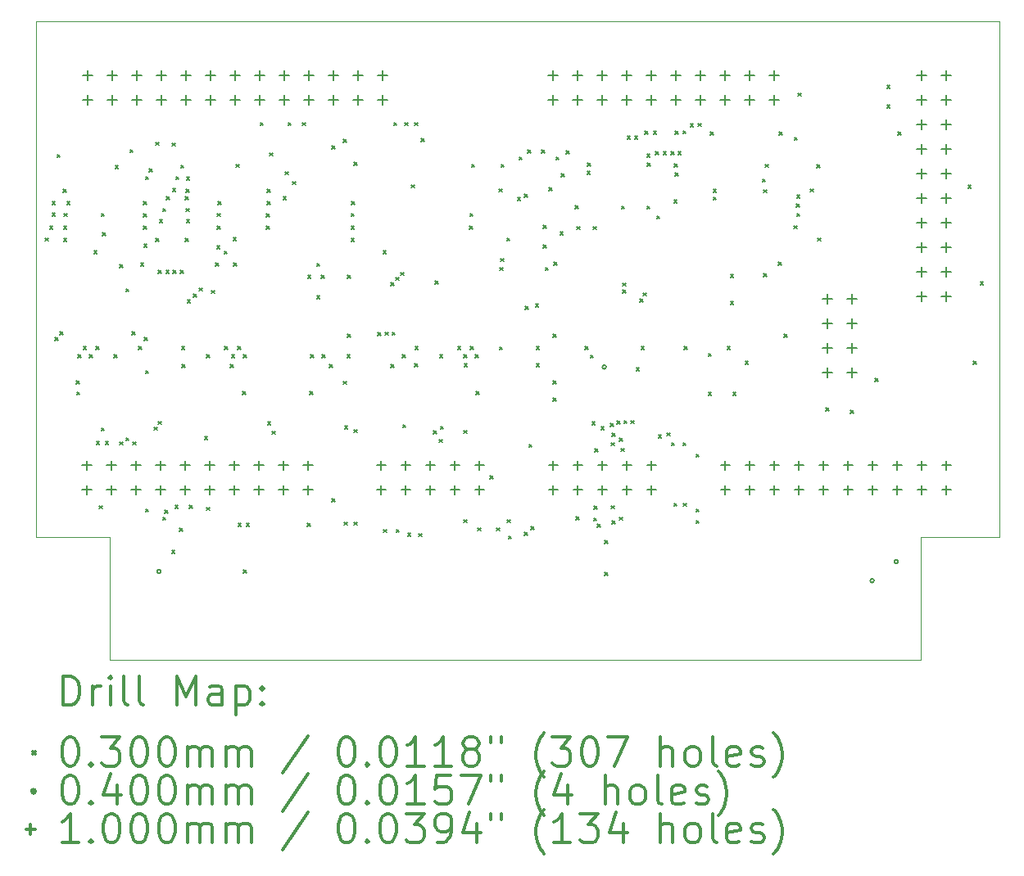
<source format=gbr>
%FSLAX45Y45*%
G04 Gerber Fmt 4.5, Leading zero omitted, Abs format (unit mm)*
G04 Created by KiCad (PCBNEW (5.1.12-1-10_14)) date 2022-01-01 14:19:36*
%MOMM*%
%LPD*%
G01*
G04 APERTURE LIST*
%TA.AperFunction,Profile*%
%ADD10C,0.038100*%
%TD*%
%TA.AperFunction,Profile*%
%ADD11C,0.100000*%
%TD*%
%ADD12C,0.200000*%
%ADD13C,0.300000*%
G04 APERTURE END LIST*
D10*
X3048000Y-12192000D02*
X3810000Y-12192000D01*
X12192000Y-12192000D02*
X13004800Y-12192000D01*
X12192000Y-13462000D02*
X12192000Y-12192000D01*
X3810000Y-13462000D02*
X12192000Y-13462000D01*
X3810000Y-12192000D02*
X3810000Y-13462000D01*
D11*
X3048000Y-6858000D02*
X13004800Y-6858000D01*
X13004800Y-6858000D02*
X13004800Y-12192000D01*
X3048000Y-12192000D02*
X3048000Y-6858000D01*
D12*
X3144760Y-9098520D02*
X3174760Y-9128520D01*
X3174760Y-9098520D02*
X3144760Y-9128520D01*
X3188731Y-8976600D02*
X3218731Y-9006600D01*
X3218731Y-8976600D02*
X3188731Y-9006600D01*
X3214131Y-8722299D02*
X3244131Y-8752299D01*
X3244131Y-8722299D02*
X3214131Y-8752299D01*
X3214132Y-8839440D02*
X3244132Y-8869440D01*
X3244132Y-8839440D02*
X3214132Y-8869440D01*
X3246360Y-10129760D02*
X3276360Y-10159760D01*
X3276360Y-10129760D02*
X3246360Y-10159760D01*
X3264934Y-8234920D02*
X3294934Y-8264920D01*
X3294934Y-8234920D02*
X3264934Y-8264920D01*
X3295411Y-10068800D02*
X3325411Y-10098800D01*
X3325411Y-10068800D02*
X3295411Y-10098800D01*
X3327639Y-8595600D02*
X3357639Y-8625600D01*
X3357639Y-8595600D02*
X3327639Y-8625600D01*
X3332720Y-8976600D02*
X3362720Y-9006600D01*
X3362720Y-8976600D02*
X3332720Y-9006600D01*
X3332720Y-9103600D02*
X3362720Y-9133600D01*
X3362720Y-9103600D02*
X3332720Y-9133600D01*
X3337634Y-8844520D02*
X3367634Y-8874520D01*
X3367634Y-8844520D02*
X3337634Y-8874520D01*
X3368281Y-8722600D02*
X3398281Y-8752600D01*
X3398281Y-8722600D02*
X3368281Y-8752600D01*
X3464800Y-10576800D02*
X3494800Y-10606800D01*
X3494800Y-10576800D02*
X3464800Y-10606800D01*
X3471150Y-10689830D02*
X3501150Y-10719830D01*
X3501150Y-10689830D02*
X3471150Y-10719830D01*
X3480040Y-10307560D02*
X3510040Y-10337560D01*
X3510040Y-10307560D02*
X3480040Y-10337560D01*
X3535920Y-10221200D02*
X3565920Y-10251200D01*
X3565920Y-10221200D02*
X3535920Y-10251200D01*
X3601960Y-10307560D02*
X3631960Y-10337560D01*
X3631960Y-10307560D02*
X3601960Y-10337560D01*
X3647680Y-9230600D02*
X3677680Y-9260600D01*
X3677680Y-9230600D02*
X3647680Y-9260600D01*
X3668000Y-10221200D02*
X3698000Y-10251200D01*
X3698000Y-10221200D02*
X3668000Y-10251200D01*
X3673080Y-11201640D02*
X3703080Y-11231640D01*
X3703080Y-11201640D02*
X3673080Y-11231640D01*
X3703560Y-11867120D02*
X3733560Y-11897120D01*
X3733560Y-11867120D02*
X3703560Y-11897120D01*
X3723880Y-8844520D02*
X3753880Y-8874520D01*
X3753880Y-8844520D02*
X3723880Y-8874520D01*
X3725150Y-11063210D02*
X3755150Y-11093210D01*
X3755150Y-11063210D02*
X3725150Y-11093210D01*
X3734040Y-9042640D02*
X3764040Y-9072640D01*
X3764040Y-9042640D02*
X3734040Y-9072640D01*
X3764520Y-11201640D02*
X3794520Y-11231640D01*
X3794520Y-11201640D02*
X3764520Y-11231640D01*
X3855960Y-10307560D02*
X3885960Y-10337560D01*
X3885960Y-10307560D02*
X3855960Y-10337560D01*
X3867530Y-8350350D02*
X3897530Y-8380350D01*
X3897530Y-8350350D02*
X3867530Y-8380350D01*
X3915123Y-11207862D02*
X3945123Y-11237862D01*
X3945123Y-11207862D02*
X3915123Y-11237862D01*
X3915650Y-9374110D02*
X3945650Y-9404110D01*
X3945650Y-9374110D02*
X3915650Y-9404110D01*
X3977880Y-11166080D02*
X4007880Y-11196080D01*
X4007880Y-11166080D02*
X3977880Y-11196080D01*
X3979150Y-9625570D02*
X4009150Y-9655570D01*
X4009150Y-9625570D02*
X3979150Y-9655570D01*
X4018520Y-8184120D02*
X4048520Y-8214120D01*
X4048520Y-8184120D02*
X4018520Y-8214120D01*
X4038840Y-10068800D02*
X4068840Y-10098800D01*
X4068840Y-10068800D02*
X4038840Y-10098800D01*
X4047922Y-11208880D02*
X4077922Y-11238880D01*
X4077922Y-11208880D02*
X4047922Y-11238880D01*
X4109960Y-10221200D02*
X4139960Y-10251200D01*
X4139960Y-10221200D02*
X4109960Y-10251200D01*
X4130280Y-9357600D02*
X4160280Y-9387600D01*
X4160280Y-9357600D02*
X4130280Y-9387600D01*
X4157428Y-8722600D02*
X4187428Y-8752600D01*
X4187428Y-8722600D02*
X4157428Y-8752600D01*
X4157428Y-8849600D02*
X4187428Y-8879600D01*
X4187428Y-8849600D02*
X4157428Y-8879600D01*
X4157428Y-8976600D02*
X4187428Y-9006600D01*
X4187428Y-8976600D02*
X4157428Y-9006600D01*
X4162508Y-9164560D02*
X4192508Y-9194560D01*
X4192508Y-9164560D02*
X4162508Y-9194560D01*
X4169650Y-10128490D02*
X4199650Y-10158490D01*
X4199650Y-10128490D02*
X4169650Y-10158490D01*
X4181080Y-11902680D02*
X4211080Y-11932680D01*
X4211080Y-11902680D02*
X4181080Y-11932680D01*
X4181080Y-8463520D02*
X4211080Y-8493520D01*
X4211080Y-8463520D02*
X4181080Y-8493520D01*
X4182155Y-10471195D02*
X4212155Y-10501195D01*
X4212155Y-10471195D02*
X4182155Y-10501195D01*
X4219971Y-8382240D02*
X4249971Y-8412240D01*
X4249971Y-8382240D02*
X4219971Y-8412240D01*
X4269464Y-11056414D02*
X4299464Y-11086414D01*
X4299464Y-11056414D02*
X4269464Y-11086414D01*
X4286011Y-9103600D02*
X4316011Y-9133600D01*
X4316011Y-9103600D02*
X4286011Y-9133600D01*
X4286884Y-8108796D02*
X4316884Y-8138796D01*
X4316884Y-8108796D02*
X4286884Y-8138796D01*
X4310056Y-10996100D02*
X4340056Y-11026100D01*
X4340056Y-10996100D02*
X4310056Y-11026100D01*
X4313160Y-9433800D02*
X4343160Y-9463800D01*
X4343160Y-9433800D02*
X4313160Y-9463800D01*
X4323320Y-8910560D02*
X4353320Y-8940560D01*
X4353320Y-8910560D02*
X4323320Y-8940560D01*
X4358880Y-8793720D02*
X4388880Y-8823720D01*
X4388880Y-8793720D02*
X4358880Y-8823720D01*
X4358880Y-11985709D02*
X4388880Y-12015709D01*
X4388880Y-11985709D02*
X4358880Y-12015709D01*
X4379200Y-11912840D02*
X4409200Y-11942840D01*
X4409200Y-11912840D02*
X4379200Y-11942840D01*
X4391157Y-9432659D02*
X4421157Y-9462659D01*
X4421157Y-9432659D02*
X4391157Y-9462659D01*
X4394440Y-8671800D02*
X4424440Y-8701800D01*
X4424440Y-8671800D02*
X4394440Y-8701800D01*
X4450320Y-12329400D02*
X4480320Y-12359400D01*
X4480320Y-12329400D02*
X4450320Y-12359400D01*
X4455400Y-8118080D02*
X4485400Y-8148080D01*
X4485400Y-8118080D02*
X4455400Y-8148080D01*
X4460480Y-8585440D02*
X4490480Y-8615440D01*
X4490480Y-8585440D02*
X4460480Y-8615440D01*
X4463849Y-9433831D02*
X4493849Y-9463831D01*
X4493849Y-9433831D02*
X4463849Y-9463831D01*
X4486950Y-11863789D02*
X4516950Y-11893789D01*
X4516950Y-11863789D02*
X4486950Y-11893789D01*
X4492709Y-8463520D02*
X4522709Y-8493520D01*
X4522709Y-8463520D02*
X4492709Y-8493520D01*
X4531600Y-12100800D02*
X4561600Y-12130800D01*
X4561600Y-12100800D02*
X4531600Y-12130800D01*
X4541760Y-9433800D02*
X4571760Y-9463800D01*
X4571760Y-9433800D02*
X4541760Y-9463800D01*
X4544300Y-8344140D02*
X4574300Y-8374140D01*
X4574300Y-8344140D02*
X4544300Y-8374140D01*
X4551920Y-10221200D02*
X4581920Y-10251200D01*
X4581920Y-10221200D02*
X4551920Y-10251200D01*
X4557000Y-10409160D02*
X4587000Y-10439160D01*
X4587000Y-10409160D02*
X4557000Y-10439160D01*
X4592560Y-8671800D02*
X4622560Y-8701800D01*
X4622560Y-8671800D02*
X4592560Y-8701800D01*
X4592560Y-9103600D02*
X4622560Y-9133600D01*
X4622560Y-9103600D02*
X4592560Y-9133600D01*
X4597640Y-8595600D02*
X4627640Y-8625600D01*
X4627640Y-8595600D02*
X4597640Y-8625600D01*
X4597640Y-8793720D02*
X4627640Y-8823720D01*
X4627640Y-8793720D02*
X4597640Y-8823720D01*
X4602720Y-8910560D02*
X4632720Y-8940560D01*
X4632720Y-8910560D02*
X4602720Y-8940560D01*
X4604301Y-8468600D02*
X4634301Y-8498600D01*
X4634301Y-8468600D02*
X4604301Y-8498600D01*
X4612880Y-9738600D02*
X4642880Y-9768600D01*
X4642880Y-9738600D02*
X4612880Y-9768600D01*
X4632874Y-11861679D02*
X4662874Y-11891679D01*
X4662874Y-11861679D02*
X4632874Y-11891679D01*
X4677650Y-9678910D02*
X4707650Y-9708910D01*
X4707650Y-9678910D02*
X4677650Y-9708910D01*
X4733801Y-9616239D02*
X4763801Y-9646239D01*
X4763801Y-9616239D02*
X4733801Y-9646239D01*
X4790680Y-11150840D02*
X4820680Y-11180840D01*
X4820680Y-11150840D02*
X4790680Y-11180840D01*
X4811000Y-10307560D02*
X4841000Y-10337560D01*
X4841000Y-10307560D02*
X4811000Y-10337560D01*
X4811622Y-11884105D02*
X4841622Y-11914105D01*
X4841622Y-11884105D02*
X4811622Y-11914105D01*
X4861800Y-9642080D02*
X4891800Y-9672080D01*
X4891800Y-9642080D02*
X4861800Y-9672080D01*
X4902440Y-9357600D02*
X4932440Y-9387600D01*
X4932440Y-9357600D02*
X4902440Y-9387600D01*
X4917680Y-9179800D02*
X4947680Y-9209800D01*
X4947680Y-9179800D02*
X4917680Y-9209800D01*
X4922760Y-8844520D02*
X4952760Y-8874520D01*
X4952760Y-8844520D02*
X4922760Y-8874520D01*
X4922760Y-8976600D02*
X4952760Y-9006600D01*
X4952760Y-8976600D02*
X4922760Y-9006600D01*
X4927840Y-8722600D02*
X4957840Y-8752600D01*
X4957840Y-8722600D02*
X4927840Y-8752600D01*
X4993880Y-9235680D02*
X5023880Y-9265680D01*
X5023880Y-9235680D02*
X4993880Y-9265680D01*
X4998960Y-10221200D02*
X5028960Y-10251200D01*
X5028960Y-10221200D02*
X4998960Y-10251200D01*
X5054840Y-10409160D02*
X5084840Y-10439160D01*
X5084840Y-10409160D02*
X5054840Y-10439160D01*
X5070080Y-10307560D02*
X5100080Y-10337560D01*
X5100080Y-10307560D02*
X5070080Y-10337560D01*
X5087860Y-9095980D02*
X5117860Y-9125980D01*
X5117860Y-9095980D02*
X5087860Y-9125980D01*
X5090400Y-9357600D02*
X5120400Y-9387600D01*
X5120400Y-9357600D02*
X5090400Y-9387600D01*
X5115800Y-8336520D02*
X5145800Y-8366520D01*
X5145800Y-8336520D02*
X5115800Y-8366520D01*
X5131040Y-10221200D02*
X5161040Y-10251200D01*
X5161040Y-10221200D02*
X5131040Y-10251200D01*
X5136142Y-12051746D02*
X5166142Y-12081746D01*
X5166142Y-12051746D02*
X5136142Y-12081746D01*
X5181840Y-10688560D02*
X5211840Y-10718560D01*
X5211840Y-10688560D02*
X5181840Y-10718560D01*
X5192000Y-10307560D02*
X5222000Y-10337560D01*
X5222000Y-10307560D02*
X5192000Y-10337560D01*
X5192000Y-12532600D02*
X5222000Y-12562600D01*
X5222000Y-12532600D02*
X5192000Y-12562600D01*
X5222319Y-12051746D02*
X5252319Y-12081746D01*
X5252319Y-12051746D02*
X5222319Y-12081746D01*
X5364720Y-7904720D02*
X5394720Y-7934720D01*
X5394720Y-7904720D02*
X5364720Y-7934720D01*
X5430760Y-8849600D02*
X5460760Y-8879600D01*
X5460760Y-8849600D02*
X5430760Y-8879600D01*
X5430760Y-8976600D02*
X5460760Y-9006600D01*
X5460760Y-8976600D02*
X5430760Y-9006600D01*
X5435840Y-8595600D02*
X5465840Y-8625600D01*
X5465840Y-8595600D02*
X5435840Y-8625600D01*
X5435840Y-8722600D02*
X5465840Y-8752600D01*
X5465840Y-8722600D02*
X5435840Y-8752600D01*
X5440920Y-10998440D02*
X5470920Y-11028440D01*
X5470920Y-10998440D02*
X5440920Y-11028440D01*
X5461240Y-8219680D02*
X5491240Y-8249680D01*
X5491240Y-8219680D02*
X5461240Y-8249680D01*
X5487619Y-11098690D02*
X5517619Y-11128690D01*
X5517619Y-11098690D02*
X5487619Y-11128690D01*
X5603480Y-8671800D02*
X5633480Y-8701800D01*
X5633480Y-8671800D02*
X5603480Y-8701800D01*
X5623800Y-8412721D02*
X5653800Y-8442721D01*
X5653800Y-8412721D02*
X5623800Y-8442721D01*
X5654280Y-7904720D02*
X5684280Y-7934720D01*
X5684280Y-7904720D02*
X5654280Y-7934720D01*
X5700000Y-8514320D02*
X5730000Y-8544320D01*
X5730000Y-8514320D02*
X5700000Y-8544320D01*
X5801600Y-7904720D02*
X5831600Y-7934720D01*
X5831600Y-7904720D02*
X5801600Y-7934720D01*
X5852400Y-12050000D02*
X5882400Y-12080000D01*
X5882400Y-12050000D02*
X5852400Y-12080000D01*
X5857480Y-9484600D02*
X5887480Y-9514600D01*
X5887480Y-9484600D02*
X5857480Y-9514600D01*
X5877800Y-10688560D02*
X5907800Y-10718560D01*
X5907800Y-10688560D02*
X5877800Y-10718560D01*
X5887960Y-10307560D02*
X5917960Y-10337560D01*
X5917960Y-10307560D02*
X5887960Y-10337560D01*
X5948920Y-9362680D02*
X5978920Y-9392680D01*
X5978920Y-9362680D02*
X5948920Y-9392680D01*
X5948920Y-9697960D02*
X5978920Y-9727960D01*
X5978920Y-9697960D02*
X5948920Y-9727960D01*
X5998132Y-9484600D02*
X6028132Y-9514600D01*
X6028132Y-9484600D02*
X5998132Y-9514600D01*
X6004800Y-10307560D02*
X6034800Y-10337560D01*
X6034800Y-10307560D02*
X6004800Y-10337560D01*
X6081001Y-10409160D02*
X6111001Y-10439160D01*
X6111001Y-10409160D02*
X6081001Y-10439160D01*
X6106400Y-8148560D02*
X6136400Y-8178560D01*
X6136400Y-8148560D02*
X6106400Y-8178560D01*
X6106400Y-11796000D02*
X6136400Y-11826000D01*
X6136400Y-11796000D02*
X6106400Y-11826000D01*
X6223240Y-8078941D02*
X6253240Y-8108941D01*
X6253240Y-8078941D02*
X6223240Y-8108941D01*
X6223240Y-10581880D02*
X6253240Y-10611880D01*
X6253240Y-10581880D02*
X6223240Y-10611880D01*
X6233400Y-12038094D02*
X6263400Y-12068094D01*
X6263400Y-12038094D02*
X6233400Y-12068094D01*
X6238480Y-11044160D02*
X6268480Y-11074160D01*
X6268480Y-11044160D02*
X6238480Y-11074160D01*
X6263880Y-10307560D02*
X6293880Y-10337560D01*
X6293880Y-10307560D02*
X6263880Y-10337560D01*
X6265629Y-9484599D02*
X6295629Y-9514599D01*
X6295629Y-9484599D02*
X6265629Y-9514599D01*
X6268960Y-10094200D02*
X6298960Y-10124200D01*
X6298960Y-10094200D02*
X6268960Y-10124200D01*
X6304520Y-9103600D02*
X6334520Y-9133600D01*
X6334520Y-9103600D02*
X6304520Y-9133600D01*
X6304520Y-8844520D02*
X6334520Y-8874520D01*
X6334520Y-8844520D02*
X6304520Y-8874520D01*
X6304520Y-8976600D02*
X6334520Y-9006600D01*
X6334520Y-8976600D02*
X6304520Y-9006600D01*
X6309600Y-8722600D02*
X6339600Y-8752600D01*
X6339600Y-8722600D02*
X6309600Y-8752600D01*
X6334124Y-8317076D02*
X6364124Y-8347076D01*
X6364124Y-8317076D02*
X6334124Y-8347076D01*
X6335000Y-11079720D02*
X6365000Y-11109720D01*
X6365000Y-11079720D02*
X6335000Y-11109720D01*
X6335000Y-12038094D02*
X6365000Y-12068094D01*
X6365000Y-12038094D02*
X6335000Y-12068094D01*
X6578840Y-10078960D02*
X6608840Y-10108960D01*
X6608840Y-10078960D02*
X6578840Y-10108960D01*
X6634720Y-9230600D02*
X6664720Y-9260600D01*
X6664720Y-9230600D02*
X6634720Y-9260600D01*
X6639090Y-12112541D02*
X6669090Y-12142541D01*
X6669090Y-12112541D02*
X6639090Y-12142541D01*
X6656416Y-10073499D02*
X6686416Y-10103499D01*
X6686416Y-10073499D02*
X6656416Y-10103499D01*
X6716000Y-10409160D02*
X6746000Y-10439160D01*
X6746000Y-10409160D02*
X6716000Y-10439160D01*
X6717456Y-9558731D02*
X6747456Y-9588731D01*
X6747456Y-9558731D02*
X6717456Y-9588731D01*
X6729116Y-10073908D02*
X6759116Y-10103908D01*
X6759116Y-10073908D02*
X6729116Y-10103908D01*
X6746480Y-7904720D02*
X6776480Y-7934720D01*
X6776480Y-7904720D02*
X6746480Y-7934720D01*
X6766671Y-9505221D02*
X6796671Y-9535221D01*
X6796671Y-9505221D02*
X6766671Y-9535221D01*
X6771108Y-12112541D02*
X6801108Y-12142541D01*
X6801108Y-12112541D02*
X6771108Y-12142541D01*
X6817992Y-9453727D02*
X6847992Y-9483727D01*
X6847992Y-9453727D02*
X6817992Y-9483727D01*
X6832840Y-10307560D02*
X6862840Y-10337560D01*
X6862840Y-10307560D02*
X6832840Y-10337560D01*
X6837920Y-11028920D02*
X6867920Y-11058920D01*
X6867920Y-11028920D02*
X6837920Y-11058920D01*
X6858240Y-7904720D02*
X6888240Y-7934720D01*
X6888240Y-7904720D02*
X6858240Y-7934720D01*
X6888720Y-12151600D02*
X6918720Y-12181600D01*
X6918720Y-12151600D02*
X6888720Y-12181600D01*
X6926029Y-8549880D02*
X6956029Y-8579880D01*
X6956029Y-8549880D02*
X6926029Y-8579880D01*
X6959840Y-7904720D02*
X6989840Y-7934720D01*
X6989840Y-7904720D02*
X6959840Y-7934720D01*
X6959840Y-10399000D02*
X6989840Y-10429000D01*
X6989840Y-10399000D02*
X6959840Y-10429000D01*
X6964920Y-10221200D02*
X6994920Y-10251200D01*
X6994920Y-10221200D02*
X6964920Y-10251200D01*
X7005560Y-12156680D02*
X7035560Y-12186680D01*
X7035560Y-12156680D02*
X7005560Y-12186680D01*
X7030960Y-8072360D02*
X7060960Y-8102360D01*
X7060960Y-8072360D02*
X7030960Y-8102360D01*
X7158694Y-11092366D02*
X7188694Y-11122366D01*
X7188694Y-11092366D02*
X7158694Y-11122366D01*
X7173200Y-9545560D02*
X7203200Y-9575560D01*
X7203200Y-9545560D02*
X7173200Y-9575560D01*
X7213840Y-11181321D02*
X7243840Y-11211321D01*
X7243840Y-11181321D02*
X7213840Y-11211321D01*
X7218920Y-10307560D02*
X7248920Y-10337560D01*
X7248920Y-10307560D02*
X7218920Y-10337560D01*
X7229080Y-11046700D02*
X7259080Y-11076700D01*
X7259080Y-11046700D02*
X7229080Y-11076700D01*
X7406880Y-10221200D02*
X7436880Y-10251200D01*
X7436880Y-10221200D02*
X7406880Y-10251200D01*
X7467840Y-10307560D02*
X7497840Y-10337560D01*
X7497840Y-10307560D02*
X7467840Y-10337560D01*
X7467840Y-11089880D02*
X7497840Y-11119880D01*
X7497840Y-11089880D02*
X7467840Y-11119880D01*
X7467840Y-12012693D02*
X7497840Y-12042693D01*
X7497840Y-12012693D02*
X7467840Y-12042693D01*
X7472920Y-10399000D02*
X7502920Y-10429000D01*
X7502920Y-10399000D02*
X7472920Y-10429000D01*
X7528800Y-8976600D02*
X7558800Y-9006600D01*
X7558800Y-8976600D02*
X7528800Y-9006600D01*
X7533880Y-8844520D02*
X7563880Y-8874520D01*
X7563880Y-8844520D02*
X7533880Y-8874520D01*
X7538960Y-10221200D02*
X7568960Y-10251200D01*
X7568960Y-10221200D02*
X7538960Y-10251200D01*
X7549120Y-8336520D02*
X7579120Y-8366520D01*
X7579120Y-8336520D02*
X7549120Y-8366520D01*
X7589760Y-10307560D02*
X7619760Y-10337560D01*
X7619760Y-10307560D02*
X7589760Y-10337560D01*
X7594840Y-10688560D02*
X7624840Y-10718560D01*
X7624840Y-10688560D02*
X7594840Y-10718560D01*
X7615160Y-12095720D02*
X7645160Y-12125720D01*
X7645160Y-12095720D02*
X7615160Y-12125720D01*
X7742160Y-11557240D02*
X7772160Y-11587240D01*
X7772160Y-11557240D02*
X7742160Y-11587240D01*
X7809949Y-12095720D02*
X7839949Y-12125720D01*
X7839949Y-12095720D02*
X7809949Y-12125720D01*
X7831859Y-8590520D02*
X7861859Y-8620520D01*
X7861859Y-8590520D02*
X7831859Y-8620520D01*
X7838680Y-10226280D02*
X7868680Y-10256280D01*
X7868680Y-10226280D02*
X7838680Y-10256280D01*
X7843760Y-9403320D02*
X7873760Y-9433320D01*
X7873760Y-9403320D02*
X7843760Y-9433320D01*
X7848840Y-9311880D02*
X7878840Y-9341880D01*
X7878840Y-9311880D02*
X7848840Y-9341880D01*
X7853920Y-8336520D02*
X7883920Y-8366520D01*
X7883920Y-8336520D02*
X7853920Y-8366520D01*
X7914880Y-9098520D02*
X7944880Y-9128520D01*
X7944880Y-9098520D02*
X7914880Y-9128520D01*
X7919960Y-12012693D02*
X7949960Y-12042693D01*
X7949960Y-12012693D02*
X7919960Y-12042693D01*
X7930120Y-12182080D02*
X7960120Y-12212080D01*
X7960120Y-12182080D02*
X7930120Y-12212080D01*
X8025060Y-8681960D02*
X8055060Y-8711960D01*
X8055060Y-8681960D02*
X8025060Y-8711960D01*
X8041880Y-8260320D02*
X8071880Y-8290320D01*
X8071880Y-8260320D02*
X8041880Y-8290320D01*
X8097760Y-8646400D02*
X8127760Y-8676400D01*
X8127760Y-8646400D02*
X8097760Y-8676400D01*
X8097760Y-12141440D02*
X8127760Y-12171440D01*
X8127760Y-12141440D02*
X8097760Y-12171440D01*
X8102840Y-9807977D02*
X8132840Y-9837977D01*
X8132840Y-9807977D02*
X8102840Y-9837977D01*
X8128240Y-8189200D02*
X8158240Y-8219200D01*
X8158240Y-8189200D02*
X8128240Y-8219200D01*
X8143480Y-11232120D02*
X8173480Y-11262120D01*
X8173480Y-11232120D02*
X8143480Y-11262120D01*
X8164898Y-12082592D02*
X8194898Y-12112592D01*
X8194898Y-12082592D02*
X8164898Y-12112592D01*
X8209520Y-9782575D02*
X8239520Y-9812575D01*
X8239520Y-9782575D02*
X8209520Y-9812575D01*
X8219680Y-10221200D02*
X8249680Y-10251200D01*
X8249680Y-10221200D02*
X8219680Y-10251200D01*
X8219680Y-10399000D02*
X8249680Y-10429000D01*
X8249680Y-10399000D02*
X8219680Y-10429000D01*
X8275560Y-8189200D02*
X8305560Y-8219200D01*
X8305560Y-8189200D02*
X8275560Y-8219200D01*
X8290800Y-8966440D02*
X8320800Y-8996440D01*
X8320800Y-8966440D02*
X8290800Y-8996440D01*
X8290800Y-9169640D02*
X8320800Y-9199640D01*
X8320800Y-9169640D02*
X8290800Y-9199640D01*
X8311120Y-9403320D02*
X8341120Y-9433320D01*
X8341120Y-9403320D02*
X8311120Y-9433320D01*
X8351760Y-8580360D02*
X8381760Y-8610360D01*
X8381760Y-8580360D02*
X8351760Y-8610360D01*
X8392400Y-10094200D02*
X8422400Y-10124200D01*
X8422400Y-10094200D02*
X8392400Y-10124200D01*
X8392400Y-10576800D02*
X8422400Y-10606800D01*
X8422400Y-10576800D02*
X8392400Y-10606800D01*
X8392400Y-10754600D02*
X8422400Y-10784600D01*
X8422400Y-10754600D02*
X8392400Y-10784600D01*
X8402560Y-9347440D02*
X8432560Y-9377440D01*
X8432560Y-9347440D02*
X8402560Y-9377440D01*
X8422880Y-8260320D02*
X8452880Y-8290320D01*
X8452880Y-8260320D02*
X8422880Y-8290320D01*
X8463520Y-9034228D02*
X8493520Y-9064228D01*
X8493520Y-9034228D02*
X8463520Y-9064228D01*
X8478760Y-8433040D02*
X8508760Y-8463040D01*
X8508760Y-8433040D02*
X8478760Y-8463040D01*
X8529560Y-8199360D02*
X8559560Y-8229360D01*
X8559560Y-8199360D02*
X8529560Y-8229360D01*
X8621000Y-8763240D02*
X8651000Y-8793240D01*
X8651000Y-8763240D02*
X8621000Y-8793240D01*
X8629178Y-11980006D02*
X8659178Y-12010006D01*
X8659178Y-11980006D02*
X8629178Y-12010006D01*
X8636240Y-8981680D02*
X8666240Y-9011680D01*
X8666240Y-8981680D02*
X8636240Y-9011680D01*
X8722600Y-10221200D02*
X8752600Y-10251200D01*
X8752600Y-10221200D02*
X8722600Y-10251200D01*
X8742920Y-8407640D02*
X8772920Y-8437640D01*
X8772920Y-8407640D02*
X8742920Y-8437640D01*
X8748000Y-8326360D02*
X8778000Y-8356360D01*
X8778000Y-8326360D02*
X8748000Y-8356360D01*
X8779144Y-10310374D02*
X8809144Y-10340374D01*
X8809144Y-10310374D02*
X8779144Y-10340374D01*
X8793720Y-10998440D02*
X8823720Y-11028440D01*
X8823720Y-10998440D02*
X8793720Y-11028440D01*
X8808960Y-8981680D02*
X8838960Y-9011680D01*
X8838960Y-8981680D02*
X8808960Y-9011680D01*
X8810597Y-11993953D02*
X8840597Y-12023953D01*
X8840597Y-11993953D02*
X8810597Y-12023953D01*
X8815789Y-11870451D02*
X8845789Y-11900451D01*
X8845789Y-11870451D02*
X8815789Y-11900451D01*
X8822537Y-11277513D02*
X8852537Y-11307513D01*
X8852537Y-11277513D02*
X8822537Y-11307513D01*
X8848957Y-12055711D02*
X8878957Y-12085711D01*
X8878957Y-12055711D02*
X8848957Y-12085711D01*
X8887095Y-11049865D02*
X8917095Y-11079865D01*
X8917095Y-11049865D02*
X8887095Y-11079865D01*
X8925800Y-12227800D02*
X8955800Y-12257800D01*
X8955800Y-12227800D02*
X8925800Y-12257800D01*
X8925800Y-12558000D02*
X8955800Y-12588000D01*
X8955800Y-12558000D02*
X8925800Y-12588000D01*
X8985794Y-11018236D02*
X9015794Y-11048236D01*
X9015794Y-11018236D02*
X8985794Y-11048236D01*
X8992716Y-11866244D02*
X9022716Y-11896244D01*
X9022716Y-11866244D02*
X8992716Y-11896244D01*
X8992995Y-11214438D02*
X9022995Y-11244438D01*
X9022995Y-11214438D02*
X8992995Y-11244438D01*
X9000828Y-12026345D02*
X9030828Y-12056345D01*
X9030828Y-12026345D02*
X9000828Y-12056345D01*
X9001183Y-11116337D02*
X9031183Y-11146337D01*
X9031183Y-11116337D02*
X9001183Y-11146337D01*
X9052842Y-10990129D02*
X9082842Y-11020129D01*
X9082842Y-10990129D02*
X9052842Y-11020129D01*
X9078200Y-11985701D02*
X9108200Y-12015701D01*
X9108200Y-11985701D02*
X9078200Y-12015701D01*
X9078841Y-11171060D02*
X9108841Y-11201060D01*
X9108841Y-11171060D02*
X9078841Y-11201060D01*
X9093440Y-11274509D02*
X9123440Y-11304509D01*
X9123440Y-11274509D02*
X9093440Y-11304509D01*
X9098520Y-8768270D02*
X9128520Y-8798270D01*
X9128520Y-8768270D02*
X9098520Y-8798270D01*
X9112680Y-9638160D02*
X9142680Y-9668160D01*
X9142680Y-9638160D02*
X9112680Y-9668160D01*
X9114015Y-9565471D02*
X9144015Y-9595471D01*
X9144015Y-9565471D02*
X9114015Y-9595471D01*
X9125525Y-10988505D02*
X9155525Y-11018505D01*
X9155525Y-10988505D02*
X9125525Y-11018505D01*
X9157944Y-8045221D02*
X9187944Y-8075221D01*
X9187944Y-8045221D02*
X9157944Y-8075221D01*
X9198226Y-10988618D02*
X9228226Y-11018618D01*
X9228226Y-10988618D02*
X9198226Y-11018618D01*
X9235680Y-8045221D02*
X9265680Y-8075221D01*
X9265680Y-8045221D02*
X9235680Y-8075221D01*
X9253070Y-10442570D02*
X9283070Y-10472570D01*
X9283070Y-10442570D02*
X9253070Y-10472570D01*
X9288703Y-9730752D02*
X9318703Y-9760752D01*
X9318703Y-9730752D02*
X9288703Y-9760752D01*
X9301720Y-10221200D02*
X9331720Y-10251200D01*
X9331720Y-10221200D02*
X9301720Y-10251200D01*
X9322916Y-9666604D02*
X9352916Y-9696604D01*
X9352916Y-9666604D02*
X9322916Y-9696604D01*
X9339463Y-7994419D02*
X9369463Y-8024419D01*
X9369463Y-7994419D02*
X9339463Y-8024419D01*
X9362680Y-8229840D02*
X9392680Y-8259840D01*
X9392680Y-8229840D02*
X9362680Y-8259840D01*
X9362680Y-8768320D02*
X9392680Y-8798320D01*
X9392680Y-8768320D02*
X9362680Y-8798320D01*
X9365170Y-8323770D02*
X9395170Y-8353770D01*
X9395170Y-8323770D02*
X9365170Y-8353770D01*
X9428720Y-7994419D02*
X9458720Y-8024419D01*
X9458720Y-7994419D02*
X9428720Y-8024419D01*
X9449040Y-8204440D02*
X9479040Y-8234440D01*
X9479040Y-8204440D02*
X9449040Y-8234440D01*
X9464280Y-8869920D02*
X9494280Y-8899920D01*
X9494280Y-8869920D02*
X9464280Y-8899920D01*
X9479520Y-11135600D02*
X9509520Y-11165600D01*
X9509520Y-11135600D02*
X9479520Y-11165600D01*
X9530320Y-8204440D02*
X9560320Y-8234440D01*
X9560320Y-8204440D02*
X9530320Y-8234440D01*
X9570388Y-11112958D02*
X9600388Y-11142958D01*
X9600388Y-11112958D02*
X9570388Y-11142958D01*
X9610019Y-8204327D02*
X9640019Y-8234327D01*
X9640019Y-8204327D02*
X9610019Y-8234327D01*
X9616680Y-11215131D02*
X9646680Y-11245131D01*
X9646680Y-11215131D02*
X9616680Y-11245131D01*
X9642080Y-8707360D02*
X9672080Y-8737360D01*
X9672080Y-8707360D02*
X9642080Y-8737360D01*
X9642080Y-11841720D02*
X9672080Y-11871720D01*
X9672080Y-11841720D02*
X9642080Y-11871720D01*
X9647160Y-8331440D02*
X9677160Y-8361440D01*
X9677160Y-8331440D02*
X9647160Y-8361440D01*
X9652240Y-8427960D02*
X9682240Y-8457960D01*
X9682240Y-8427960D02*
X9652240Y-8457960D01*
X9652435Y-7994603D02*
X9682435Y-8024603D01*
X9682435Y-7994603D02*
X9652435Y-8024603D01*
X9682720Y-8204440D02*
X9712720Y-8234440D01*
X9712720Y-8204440D02*
X9682720Y-8234440D01*
X9733520Y-7991080D02*
X9763520Y-8021080D01*
X9763520Y-7991080D02*
X9733520Y-8021080D01*
X9735268Y-11215131D02*
X9765268Y-11245131D01*
X9765268Y-11215131D02*
X9735268Y-11245131D01*
X9738600Y-11841720D02*
X9768600Y-11871720D01*
X9768600Y-11841720D02*
X9738600Y-11871720D01*
X9748760Y-10221200D02*
X9778760Y-10251200D01*
X9778760Y-10221200D02*
X9748760Y-10251200D01*
X9809145Y-7919662D02*
X9839145Y-7949662D01*
X9839145Y-7919662D02*
X9809145Y-7949662D01*
X9870680Y-11333720D02*
X9900680Y-11363720D01*
X9900680Y-11333720D02*
X9870680Y-11363720D01*
X9870680Y-11902680D02*
X9900680Y-11932680D01*
X9900680Y-11902680D02*
X9870680Y-11932680D01*
X9870680Y-12019520D02*
X9900680Y-12049520D01*
X9900680Y-12019520D02*
X9870680Y-12049520D01*
X9891000Y-7914880D02*
X9921000Y-7944880D01*
X9921000Y-7914880D02*
X9891000Y-7944880D01*
X9997680Y-10293901D02*
X10027680Y-10323901D01*
X10027680Y-10293901D02*
X9997680Y-10323901D01*
X9998450Y-10692870D02*
X10028450Y-10722870D01*
X10028450Y-10692870D02*
X9998450Y-10722870D01*
X10018000Y-8001240D02*
X10048000Y-8031240D01*
X10048000Y-8001240D02*
X10018000Y-8031240D01*
X10048480Y-8595600D02*
X10078480Y-8625600D01*
X10078480Y-8595600D02*
X10048480Y-8625600D01*
X10048480Y-8676880D02*
X10078480Y-8706880D01*
X10078480Y-8676880D02*
X10048480Y-8706880D01*
X10190720Y-10221200D02*
X10220720Y-10251200D01*
X10220720Y-10221200D02*
X10190720Y-10251200D01*
X10226280Y-9474440D02*
X10256280Y-9504440D01*
X10256280Y-9474440D02*
X10226280Y-9504440D01*
X10226280Y-9755428D02*
X10256280Y-9785428D01*
X10256280Y-9755428D02*
X10226280Y-9785428D01*
X10251680Y-10693640D02*
X10281680Y-10723640D01*
X10281680Y-10693640D02*
X10251680Y-10723640D01*
X10378680Y-10373600D02*
X10408680Y-10403600D01*
X10408680Y-10373600D02*
X10378680Y-10403600D01*
X10556481Y-8488920D02*
X10586481Y-8518920D01*
X10586481Y-8488920D02*
X10556481Y-8518920D01*
X10566640Y-8600680D02*
X10596640Y-8630680D01*
X10596640Y-8600680D02*
X10566640Y-8630680D01*
X10566640Y-9469360D02*
X10596640Y-9499360D01*
X10596640Y-9469360D02*
X10566640Y-9499360D01*
X10586960Y-8336520D02*
X10616960Y-8366520D01*
X10616960Y-8336520D02*
X10586960Y-8366520D01*
X10719040Y-9347440D02*
X10749040Y-9377440D01*
X10749040Y-9347440D02*
X10719040Y-9377440D01*
X10729200Y-8001240D02*
X10759200Y-8031240D01*
X10759200Y-8001240D02*
X10729200Y-8031240D01*
X10780000Y-10094200D02*
X10810000Y-10124200D01*
X10810000Y-10094200D02*
X10780000Y-10124200D01*
X10881600Y-8971520D02*
X10911600Y-9001520D01*
X10911600Y-8971520D02*
X10881600Y-9001520D01*
X10886680Y-8057120D02*
X10916680Y-8087120D01*
X10916680Y-8057120D02*
X10886680Y-8087120D01*
X10907480Y-8747520D02*
X10937480Y-8777520D01*
X10937480Y-8747520D02*
X10907480Y-8777520D01*
X10912080Y-8656560D02*
X10942080Y-8686560D01*
X10942080Y-8656560D02*
X10912080Y-8686560D01*
X10912080Y-8844520D02*
X10942080Y-8874520D01*
X10942080Y-8844520D02*
X10912080Y-8874520D01*
X10922240Y-7599920D02*
X10952240Y-7629920D01*
X10952240Y-7599920D02*
X10922240Y-7629920D01*
X11052571Y-8590520D02*
X11082571Y-8620520D01*
X11082571Y-8590520D02*
X11052571Y-8620520D01*
X11120360Y-8341600D02*
X11150360Y-8371600D01*
X11150360Y-8341600D02*
X11120360Y-8371600D01*
X11125440Y-9098520D02*
X11155440Y-9128520D01*
X11155440Y-9098520D02*
X11125440Y-9128520D01*
X11211800Y-10856200D02*
X11241800Y-10886200D01*
X11241800Y-10856200D02*
X11211800Y-10886200D01*
X11465800Y-10881600D02*
X11495800Y-10911600D01*
X11495800Y-10881600D02*
X11465800Y-10911600D01*
X11719800Y-10551400D02*
X11749800Y-10581400D01*
X11749800Y-10551400D02*
X11719800Y-10581400D01*
X11843469Y-7518640D02*
X11873469Y-7548640D01*
X11873469Y-7518640D02*
X11843469Y-7548640D01*
X11843469Y-7721840D02*
X11873469Y-7751840D01*
X11873469Y-7721840D02*
X11843469Y-7751840D01*
X11958560Y-8001240D02*
X11988560Y-8031240D01*
X11988560Y-8001240D02*
X11958560Y-8031240D01*
X12679920Y-8554960D02*
X12709920Y-8584960D01*
X12709920Y-8554960D02*
X12679920Y-8584960D01*
X12735642Y-10373758D02*
X12765642Y-10403758D01*
X12765642Y-10373758D02*
X12735642Y-10403758D01*
X12806920Y-9550640D02*
X12836920Y-9580640D01*
X12836920Y-9550640D02*
X12806920Y-9580640D01*
X4338000Y-12548780D02*
G75*
G03*
X4338000Y-12548780I-20000J0D01*
G01*
X8940477Y-10434323D02*
G75*
G03*
X8940477Y-10434323I-20000J0D01*
G01*
X11709080Y-12644120D02*
G75*
G03*
X11709080Y-12644120I-20000J0D01*
G01*
X11958000Y-12446000D02*
G75*
G03*
X11958000Y-12446000I-20000J0D01*
G01*
X3571240Y-11400320D02*
X3571240Y-11500320D01*
X3521240Y-11450320D02*
X3621240Y-11450320D01*
X3571240Y-11654320D02*
X3571240Y-11754320D01*
X3521240Y-11704320D02*
X3621240Y-11704320D01*
X3578900Y-7365000D02*
X3578900Y-7465000D01*
X3528900Y-7415000D02*
X3628900Y-7415000D01*
X3578900Y-7619000D02*
X3578900Y-7719000D01*
X3528900Y-7669000D02*
X3628900Y-7669000D01*
X3825240Y-11400320D02*
X3825240Y-11500320D01*
X3775240Y-11450320D02*
X3875240Y-11450320D01*
X3825240Y-11654320D02*
X3825240Y-11754320D01*
X3775240Y-11704320D02*
X3875240Y-11704320D01*
X3832900Y-7365000D02*
X3832900Y-7465000D01*
X3782900Y-7415000D02*
X3882900Y-7415000D01*
X3832900Y-7619000D02*
X3832900Y-7719000D01*
X3782900Y-7669000D02*
X3882900Y-7669000D01*
X4079240Y-11400320D02*
X4079240Y-11500320D01*
X4029240Y-11450320D02*
X4129240Y-11450320D01*
X4079240Y-11654320D02*
X4079240Y-11754320D01*
X4029240Y-11704320D02*
X4129240Y-11704320D01*
X4086900Y-7365000D02*
X4086900Y-7465000D01*
X4036900Y-7415000D02*
X4136900Y-7415000D01*
X4086900Y-7619000D02*
X4086900Y-7719000D01*
X4036900Y-7669000D02*
X4136900Y-7669000D01*
X4333240Y-11400320D02*
X4333240Y-11500320D01*
X4283240Y-11450320D02*
X4383240Y-11450320D01*
X4333240Y-11654320D02*
X4333240Y-11754320D01*
X4283240Y-11704320D02*
X4383240Y-11704320D01*
X4340900Y-7365000D02*
X4340900Y-7465000D01*
X4290900Y-7415000D02*
X4390900Y-7415000D01*
X4340900Y-7619000D02*
X4340900Y-7719000D01*
X4290900Y-7669000D02*
X4390900Y-7669000D01*
X4587240Y-11400320D02*
X4587240Y-11500320D01*
X4537240Y-11450320D02*
X4637240Y-11450320D01*
X4587240Y-11654320D02*
X4587240Y-11754320D01*
X4537240Y-11704320D02*
X4637240Y-11704320D01*
X4594900Y-7365000D02*
X4594900Y-7465000D01*
X4544900Y-7415000D02*
X4644900Y-7415000D01*
X4594900Y-7619000D02*
X4594900Y-7719000D01*
X4544900Y-7669000D02*
X4644900Y-7669000D01*
X4841240Y-11400320D02*
X4841240Y-11500320D01*
X4791240Y-11450320D02*
X4891240Y-11450320D01*
X4841240Y-11654320D02*
X4841240Y-11754320D01*
X4791240Y-11704320D02*
X4891240Y-11704320D01*
X4848900Y-7365000D02*
X4848900Y-7465000D01*
X4798900Y-7415000D02*
X4898900Y-7415000D01*
X4848900Y-7619000D02*
X4848900Y-7719000D01*
X4798900Y-7669000D02*
X4898900Y-7669000D01*
X5095240Y-11400320D02*
X5095240Y-11500320D01*
X5045240Y-11450320D02*
X5145240Y-11450320D01*
X5095240Y-11654320D02*
X5095240Y-11754320D01*
X5045240Y-11704320D02*
X5145240Y-11704320D01*
X5102900Y-7365000D02*
X5102900Y-7465000D01*
X5052900Y-7415000D02*
X5152900Y-7415000D01*
X5102900Y-7619000D02*
X5102900Y-7719000D01*
X5052900Y-7669000D02*
X5152900Y-7669000D01*
X5349240Y-11400320D02*
X5349240Y-11500320D01*
X5299240Y-11450320D02*
X5399240Y-11450320D01*
X5349240Y-11654320D02*
X5349240Y-11754320D01*
X5299240Y-11704320D02*
X5399240Y-11704320D01*
X5356900Y-7365000D02*
X5356900Y-7465000D01*
X5306900Y-7415000D02*
X5406900Y-7415000D01*
X5356900Y-7619000D02*
X5356900Y-7719000D01*
X5306900Y-7669000D02*
X5406900Y-7669000D01*
X5603240Y-11400320D02*
X5603240Y-11500320D01*
X5553240Y-11450320D02*
X5653240Y-11450320D01*
X5603240Y-11654320D02*
X5603240Y-11754320D01*
X5553240Y-11704320D02*
X5653240Y-11704320D01*
X5610900Y-7365000D02*
X5610900Y-7465000D01*
X5560900Y-7415000D02*
X5660900Y-7415000D01*
X5610900Y-7619000D02*
X5610900Y-7719000D01*
X5560900Y-7669000D02*
X5660900Y-7669000D01*
X5857240Y-11400320D02*
X5857240Y-11500320D01*
X5807240Y-11450320D02*
X5907240Y-11450320D01*
X5857240Y-11654320D02*
X5857240Y-11754320D01*
X5807240Y-11704320D02*
X5907240Y-11704320D01*
X5864900Y-7365000D02*
X5864900Y-7465000D01*
X5814900Y-7415000D02*
X5914900Y-7415000D01*
X5864900Y-7619000D02*
X5864900Y-7719000D01*
X5814900Y-7669000D02*
X5914900Y-7669000D01*
X6118900Y-7365000D02*
X6118900Y-7465000D01*
X6068900Y-7415000D02*
X6168900Y-7415000D01*
X6118900Y-7619000D02*
X6118900Y-7719000D01*
X6068900Y-7669000D02*
X6168900Y-7669000D01*
X6372900Y-7365000D02*
X6372900Y-7465000D01*
X6322900Y-7415000D02*
X6422900Y-7415000D01*
X6372900Y-7619000D02*
X6372900Y-7719000D01*
X6322900Y-7669000D02*
X6422900Y-7669000D01*
X6616700Y-11400320D02*
X6616700Y-11500320D01*
X6566700Y-11450320D02*
X6666700Y-11450320D01*
X6616700Y-11654320D02*
X6616700Y-11754320D01*
X6566700Y-11704320D02*
X6666700Y-11704320D01*
X6626900Y-7365000D02*
X6626900Y-7465000D01*
X6576900Y-7415000D02*
X6676900Y-7415000D01*
X6626900Y-7619000D02*
X6626900Y-7719000D01*
X6576900Y-7669000D02*
X6676900Y-7669000D01*
X6870700Y-11400320D02*
X6870700Y-11500320D01*
X6820700Y-11450320D02*
X6920700Y-11450320D01*
X6870700Y-11654320D02*
X6870700Y-11754320D01*
X6820700Y-11704320D02*
X6920700Y-11704320D01*
X7124700Y-11400320D02*
X7124700Y-11500320D01*
X7074700Y-11450320D02*
X7174700Y-11450320D01*
X7124700Y-11654320D02*
X7124700Y-11754320D01*
X7074700Y-11704320D02*
X7174700Y-11704320D01*
X7378700Y-11400320D02*
X7378700Y-11500320D01*
X7328700Y-11450320D02*
X7428700Y-11450320D01*
X7378700Y-11654320D02*
X7378700Y-11754320D01*
X7328700Y-11704320D02*
X7428700Y-11704320D01*
X7632700Y-11400320D02*
X7632700Y-11500320D01*
X7582700Y-11450320D02*
X7682700Y-11450320D01*
X7632700Y-11654320D02*
X7632700Y-11754320D01*
X7582700Y-11704320D02*
X7682700Y-11704320D01*
X8392160Y-7365000D02*
X8392160Y-7465000D01*
X8342160Y-7415000D02*
X8442160Y-7415000D01*
X8392160Y-7619000D02*
X8392160Y-7719000D01*
X8342160Y-7669000D02*
X8442160Y-7669000D01*
X8394700Y-11400320D02*
X8394700Y-11500320D01*
X8344700Y-11450320D02*
X8444700Y-11450320D01*
X8394700Y-11654320D02*
X8394700Y-11754320D01*
X8344700Y-11704320D02*
X8444700Y-11704320D01*
X8646160Y-7365000D02*
X8646160Y-7465000D01*
X8596160Y-7415000D02*
X8696160Y-7415000D01*
X8646160Y-7619000D02*
X8646160Y-7719000D01*
X8596160Y-7669000D02*
X8696160Y-7669000D01*
X8648700Y-11400320D02*
X8648700Y-11500320D01*
X8598700Y-11450320D02*
X8698700Y-11450320D01*
X8648700Y-11654320D02*
X8648700Y-11754320D01*
X8598700Y-11704320D02*
X8698700Y-11704320D01*
X8900160Y-7365000D02*
X8900160Y-7465000D01*
X8850160Y-7415000D02*
X8950160Y-7415000D01*
X8900160Y-7619000D02*
X8900160Y-7719000D01*
X8850160Y-7669000D02*
X8950160Y-7669000D01*
X8902700Y-11400320D02*
X8902700Y-11500320D01*
X8852700Y-11450320D02*
X8952700Y-11450320D01*
X8902700Y-11654320D02*
X8902700Y-11754320D01*
X8852700Y-11704320D02*
X8952700Y-11704320D01*
X9154160Y-7365000D02*
X9154160Y-7465000D01*
X9104160Y-7415000D02*
X9204160Y-7415000D01*
X9154160Y-7619000D02*
X9154160Y-7719000D01*
X9104160Y-7669000D02*
X9204160Y-7669000D01*
X9156700Y-11400320D02*
X9156700Y-11500320D01*
X9106700Y-11450320D02*
X9206700Y-11450320D01*
X9156700Y-11654320D02*
X9156700Y-11754320D01*
X9106700Y-11704320D02*
X9206700Y-11704320D01*
X9408160Y-7365000D02*
X9408160Y-7465000D01*
X9358160Y-7415000D02*
X9458160Y-7415000D01*
X9408160Y-7619000D02*
X9408160Y-7719000D01*
X9358160Y-7669000D02*
X9458160Y-7669000D01*
X9410700Y-11400320D02*
X9410700Y-11500320D01*
X9360700Y-11450320D02*
X9460700Y-11450320D01*
X9410700Y-11654320D02*
X9410700Y-11754320D01*
X9360700Y-11704320D02*
X9460700Y-11704320D01*
X9662160Y-7365000D02*
X9662160Y-7465000D01*
X9612160Y-7415000D02*
X9712160Y-7415000D01*
X9662160Y-7619000D02*
X9662160Y-7719000D01*
X9612160Y-7669000D02*
X9712160Y-7669000D01*
X9916160Y-7365000D02*
X9916160Y-7465000D01*
X9866160Y-7415000D02*
X9966160Y-7415000D01*
X9916160Y-7619000D02*
X9916160Y-7719000D01*
X9866160Y-7669000D02*
X9966160Y-7669000D01*
X10170160Y-7365000D02*
X10170160Y-7465000D01*
X10120160Y-7415000D02*
X10220160Y-7415000D01*
X10170160Y-7619000D02*
X10170160Y-7719000D01*
X10120160Y-7669000D02*
X10220160Y-7669000D01*
X10172700Y-11400320D02*
X10172700Y-11500320D01*
X10122700Y-11450320D02*
X10222700Y-11450320D01*
X10172700Y-11654320D02*
X10172700Y-11754320D01*
X10122700Y-11704320D02*
X10222700Y-11704320D01*
X10424160Y-7365000D02*
X10424160Y-7465000D01*
X10374160Y-7415000D02*
X10474160Y-7415000D01*
X10424160Y-7619000D02*
X10424160Y-7719000D01*
X10374160Y-7669000D02*
X10474160Y-7669000D01*
X10426700Y-11400320D02*
X10426700Y-11500320D01*
X10376700Y-11450320D02*
X10476700Y-11450320D01*
X10426700Y-11654320D02*
X10426700Y-11754320D01*
X10376700Y-11704320D02*
X10476700Y-11704320D01*
X10678160Y-7365000D02*
X10678160Y-7465000D01*
X10628160Y-7415000D02*
X10728160Y-7415000D01*
X10678160Y-7619000D02*
X10678160Y-7719000D01*
X10628160Y-7669000D02*
X10728160Y-7669000D01*
X10680700Y-11400320D02*
X10680700Y-11500320D01*
X10630700Y-11450320D02*
X10730700Y-11450320D01*
X10680700Y-11654320D02*
X10680700Y-11754320D01*
X10630700Y-11704320D02*
X10730700Y-11704320D01*
X10934700Y-11400320D02*
X10934700Y-11500320D01*
X10884700Y-11450320D02*
X10984700Y-11450320D01*
X10934700Y-11654320D02*
X10934700Y-11754320D01*
X10884700Y-11704320D02*
X10984700Y-11704320D01*
X11188700Y-11400320D02*
X11188700Y-11500320D01*
X11138700Y-11450320D02*
X11238700Y-11450320D01*
X11188700Y-11654320D02*
X11188700Y-11754320D01*
X11138700Y-11704320D02*
X11238700Y-11704320D01*
X11226800Y-9678200D02*
X11226800Y-9778200D01*
X11176800Y-9728200D02*
X11276800Y-9728200D01*
X11226800Y-9932200D02*
X11226800Y-10032200D01*
X11176800Y-9982200D02*
X11276800Y-9982200D01*
X11226800Y-10186200D02*
X11226800Y-10286200D01*
X11176800Y-10236200D02*
X11276800Y-10236200D01*
X11226800Y-10440200D02*
X11226800Y-10540200D01*
X11176800Y-10490200D02*
X11276800Y-10490200D01*
X11442700Y-11400320D02*
X11442700Y-11500320D01*
X11392700Y-11450320D02*
X11492700Y-11450320D01*
X11442700Y-11654320D02*
X11442700Y-11754320D01*
X11392700Y-11704320D02*
X11492700Y-11704320D01*
X11480800Y-9678200D02*
X11480800Y-9778200D01*
X11430800Y-9728200D02*
X11530800Y-9728200D01*
X11480800Y-9932200D02*
X11480800Y-10032200D01*
X11430800Y-9982200D02*
X11530800Y-9982200D01*
X11480800Y-10186200D02*
X11480800Y-10286200D01*
X11430800Y-10236200D02*
X11530800Y-10236200D01*
X11480800Y-10440200D02*
X11480800Y-10540200D01*
X11430800Y-10490200D02*
X11530800Y-10490200D01*
X11696700Y-11400320D02*
X11696700Y-11500320D01*
X11646700Y-11450320D02*
X11746700Y-11450320D01*
X11696700Y-11654320D02*
X11696700Y-11754320D01*
X11646700Y-11704320D02*
X11746700Y-11704320D01*
X11950700Y-11400320D02*
X11950700Y-11500320D01*
X11900700Y-11450320D02*
X12000700Y-11450320D01*
X11950700Y-11654320D02*
X11950700Y-11754320D01*
X11900700Y-11704320D02*
X12000700Y-11704320D01*
X12203700Y-7364000D02*
X12203700Y-7464000D01*
X12153700Y-7414000D02*
X12253700Y-7414000D01*
X12203700Y-7618000D02*
X12203700Y-7718000D01*
X12153700Y-7668000D02*
X12253700Y-7668000D01*
X12203700Y-7872000D02*
X12203700Y-7972000D01*
X12153700Y-7922000D02*
X12253700Y-7922000D01*
X12203700Y-8126000D02*
X12203700Y-8226000D01*
X12153700Y-8176000D02*
X12253700Y-8176000D01*
X12203700Y-8380000D02*
X12203700Y-8480000D01*
X12153700Y-8430000D02*
X12253700Y-8430000D01*
X12203700Y-8634000D02*
X12203700Y-8734000D01*
X12153700Y-8684000D02*
X12253700Y-8684000D01*
X12203700Y-8888000D02*
X12203700Y-8988000D01*
X12153700Y-8938000D02*
X12253700Y-8938000D01*
X12203700Y-9142000D02*
X12203700Y-9242000D01*
X12153700Y-9192000D02*
X12253700Y-9192000D01*
X12203700Y-9396000D02*
X12203700Y-9496000D01*
X12153700Y-9446000D02*
X12253700Y-9446000D01*
X12203700Y-9650000D02*
X12203700Y-9750000D01*
X12153700Y-9700000D02*
X12253700Y-9700000D01*
X12204700Y-11400320D02*
X12204700Y-11500320D01*
X12154700Y-11450320D02*
X12254700Y-11450320D01*
X12204700Y-11654320D02*
X12204700Y-11754320D01*
X12154700Y-11704320D02*
X12254700Y-11704320D01*
X12457700Y-7364000D02*
X12457700Y-7464000D01*
X12407700Y-7414000D02*
X12507700Y-7414000D01*
X12457700Y-7618000D02*
X12457700Y-7718000D01*
X12407700Y-7668000D02*
X12507700Y-7668000D01*
X12457700Y-7872000D02*
X12457700Y-7972000D01*
X12407700Y-7922000D02*
X12507700Y-7922000D01*
X12457700Y-8126000D02*
X12457700Y-8226000D01*
X12407700Y-8176000D02*
X12507700Y-8176000D01*
X12457700Y-8380000D02*
X12457700Y-8480000D01*
X12407700Y-8430000D02*
X12507700Y-8430000D01*
X12457700Y-8634000D02*
X12457700Y-8734000D01*
X12407700Y-8684000D02*
X12507700Y-8684000D01*
X12457700Y-8888000D02*
X12457700Y-8988000D01*
X12407700Y-8938000D02*
X12507700Y-8938000D01*
X12457700Y-9142000D02*
X12457700Y-9242000D01*
X12407700Y-9192000D02*
X12507700Y-9192000D01*
X12457700Y-9396000D02*
X12457700Y-9496000D01*
X12407700Y-9446000D02*
X12507700Y-9446000D01*
X12457700Y-9650000D02*
X12457700Y-9750000D01*
X12407700Y-9700000D02*
X12507700Y-9700000D01*
X12458700Y-11400320D02*
X12458700Y-11500320D01*
X12408700Y-11450320D02*
X12508700Y-11450320D01*
X12458700Y-11654320D02*
X12458700Y-11754320D01*
X12408700Y-11704320D02*
X12508700Y-11704320D01*
D13*
X3329428Y-13929619D02*
X3329428Y-13629619D01*
X3400857Y-13629619D01*
X3443714Y-13643905D01*
X3472286Y-13672476D01*
X3486571Y-13701048D01*
X3500857Y-13758191D01*
X3500857Y-13801048D01*
X3486571Y-13858191D01*
X3472286Y-13886762D01*
X3443714Y-13915334D01*
X3400857Y-13929619D01*
X3329428Y-13929619D01*
X3629428Y-13929619D02*
X3629428Y-13729619D01*
X3629428Y-13786762D02*
X3643714Y-13758191D01*
X3658000Y-13743905D01*
X3686571Y-13729619D01*
X3715143Y-13729619D01*
X3815143Y-13929619D02*
X3815143Y-13729619D01*
X3815143Y-13629619D02*
X3800857Y-13643905D01*
X3815143Y-13658191D01*
X3829428Y-13643905D01*
X3815143Y-13629619D01*
X3815143Y-13658191D01*
X4000857Y-13929619D02*
X3972286Y-13915334D01*
X3958000Y-13886762D01*
X3958000Y-13629619D01*
X4158000Y-13929619D02*
X4129428Y-13915334D01*
X4115143Y-13886762D01*
X4115143Y-13629619D01*
X4500857Y-13929619D02*
X4500857Y-13629619D01*
X4600857Y-13843905D01*
X4700857Y-13629619D01*
X4700857Y-13929619D01*
X4972286Y-13929619D02*
X4972286Y-13772476D01*
X4958000Y-13743905D01*
X4929428Y-13729619D01*
X4872286Y-13729619D01*
X4843714Y-13743905D01*
X4972286Y-13915334D02*
X4943714Y-13929619D01*
X4872286Y-13929619D01*
X4843714Y-13915334D01*
X4829428Y-13886762D01*
X4829428Y-13858191D01*
X4843714Y-13829619D01*
X4872286Y-13815334D01*
X4943714Y-13815334D01*
X4972286Y-13801048D01*
X5115143Y-13729619D02*
X5115143Y-14029619D01*
X5115143Y-13743905D02*
X5143714Y-13729619D01*
X5200857Y-13729619D01*
X5229428Y-13743905D01*
X5243714Y-13758191D01*
X5258000Y-13786762D01*
X5258000Y-13872476D01*
X5243714Y-13901048D01*
X5229428Y-13915334D01*
X5200857Y-13929619D01*
X5143714Y-13929619D01*
X5115143Y-13915334D01*
X5386571Y-13901048D02*
X5400857Y-13915334D01*
X5386571Y-13929619D01*
X5372286Y-13915334D01*
X5386571Y-13901048D01*
X5386571Y-13929619D01*
X5386571Y-13743905D02*
X5400857Y-13758191D01*
X5386571Y-13772476D01*
X5372286Y-13758191D01*
X5386571Y-13743905D01*
X5386571Y-13772476D01*
X3013000Y-14408905D02*
X3043000Y-14438905D01*
X3043000Y-14408905D02*
X3013000Y-14438905D01*
X3386571Y-14259619D02*
X3415143Y-14259619D01*
X3443714Y-14273905D01*
X3458000Y-14288191D01*
X3472286Y-14316762D01*
X3486571Y-14373905D01*
X3486571Y-14445334D01*
X3472286Y-14502476D01*
X3458000Y-14531048D01*
X3443714Y-14545334D01*
X3415143Y-14559619D01*
X3386571Y-14559619D01*
X3358000Y-14545334D01*
X3343714Y-14531048D01*
X3329428Y-14502476D01*
X3315143Y-14445334D01*
X3315143Y-14373905D01*
X3329428Y-14316762D01*
X3343714Y-14288191D01*
X3358000Y-14273905D01*
X3386571Y-14259619D01*
X3615143Y-14531048D02*
X3629428Y-14545334D01*
X3615143Y-14559619D01*
X3600857Y-14545334D01*
X3615143Y-14531048D01*
X3615143Y-14559619D01*
X3729428Y-14259619D02*
X3915143Y-14259619D01*
X3815143Y-14373905D01*
X3858000Y-14373905D01*
X3886571Y-14388191D01*
X3900857Y-14402476D01*
X3915143Y-14431048D01*
X3915143Y-14502476D01*
X3900857Y-14531048D01*
X3886571Y-14545334D01*
X3858000Y-14559619D01*
X3772286Y-14559619D01*
X3743714Y-14545334D01*
X3729428Y-14531048D01*
X4100857Y-14259619D02*
X4129428Y-14259619D01*
X4158000Y-14273905D01*
X4172286Y-14288191D01*
X4186571Y-14316762D01*
X4200857Y-14373905D01*
X4200857Y-14445334D01*
X4186571Y-14502476D01*
X4172286Y-14531048D01*
X4158000Y-14545334D01*
X4129428Y-14559619D01*
X4100857Y-14559619D01*
X4072286Y-14545334D01*
X4058000Y-14531048D01*
X4043714Y-14502476D01*
X4029428Y-14445334D01*
X4029428Y-14373905D01*
X4043714Y-14316762D01*
X4058000Y-14288191D01*
X4072286Y-14273905D01*
X4100857Y-14259619D01*
X4386571Y-14259619D02*
X4415143Y-14259619D01*
X4443714Y-14273905D01*
X4458000Y-14288191D01*
X4472286Y-14316762D01*
X4486571Y-14373905D01*
X4486571Y-14445334D01*
X4472286Y-14502476D01*
X4458000Y-14531048D01*
X4443714Y-14545334D01*
X4415143Y-14559619D01*
X4386571Y-14559619D01*
X4358000Y-14545334D01*
X4343714Y-14531048D01*
X4329428Y-14502476D01*
X4315143Y-14445334D01*
X4315143Y-14373905D01*
X4329428Y-14316762D01*
X4343714Y-14288191D01*
X4358000Y-14273905D01*
X4386571Y-14259619D01*
X4615143Y-14559619D02*
X4615143Y-14359619D01*
X4615143Y-14388191D02*
X4629428Y-14373905D01*
X4658000Y-14359619D01*
X4700857Y-14359619D01*
X4729428Y-14373905D01*
X4743714Y-14402476D01*
X4743714Y-14559619D01*
X4743714Y-14402476D02*
X4758000Y-14373905D01*
X4786571Y-14359619D01*
X4829428Y-14359619D01*
X4858000Y-14373905D01*
X4872286Y-14402476D01*
X4872286Y-14559619D01*
X5015143Y-14559619D02*
X5015143Y-14359619D01*
X5015143Y-14388191D02*
X5029428Y-14373905D01*
X5058000Y-14359619D01*
X5100857Y-14359619D01*
X5129428Y-14373905D01*
X5143714Y-14402476D01*
X5143714Y-14559619D01*
X5143714Y-14402476D02*
X5158000Y-14373905D01*
X5186571Y-14359619D01*
X5229428Y-14359619D01*
X5258000Y-14373905D01*
X5272286Y-14402476D01*
X5272286Y-14559619D01*
X5858000Y-14245334D02*
X5600857Y-14631048D01*
X6243714Y-14259619D02*
X6272286Y-14259619D01*
X6300857Y-14273905D01*
X6315143Y-14288191D01*
X6329428Y-14316762D01*
X6343714Y-14373905D01*
X6343714Y-14445334D01*
X6329428Y-14502476D01*
X6315143Y-14531048D01*
X6300857Y-14545334D01*
X6272286Y-14559619D01*
X6243714Y-14559619D01*
X6215143Y-14545334D01*
X6200857Y-14531048D01*
X6186571Y-14502476D01*
X6172286Y-14445334D01*
X6172286Y-14373905D01*
X6186571Y-14316762D01*
X6200857Y-14288191D01*
X6215143Y-14273905D01*
X6243714Y-14259619D01*
X6472286Y-14531048D02*
X6486571Y-14545334D01*
X6472286Y-14559619D01*
X6458000Y-14545334D01*
X6472286Y-14531048D01*
X6472286Y-14559619D01*
X6672286Y-14259619D02*
X6700857Y-14259619D01*
X6729428Y-14273905D01*
X6743714Y-14288191D01*
X6758000Y-14316762D01*
X6772286Y-14373905D01*
X6772286Y-14445334D01*
X6758000Y-14502476D01*
X6743714Y-14531048D01*
X6729428Y-14545334D01*
X6700857Y-14559619D01*
X6672286Y-14559619D01*
X6643714Y-14545334D01*
X6629428Y-14531048D01*
X6615143Y-14502476D01*
X6600857Y-14445334D01*
X6600857Y-14373905D01*
X6615143Y-14316762D01*
X6629428Y-14288191D01*
X6643714Y-14273905D01*
X6672286Y-14259619D01*
X7058000Y-14559619D02*
X6886571Y-14559619D01*
X6972286Y-14559619D02*
X6972286Y-14259619D01*
X6943714Y-14302476D01*
X6915143Y-14331048D01*
X6886571Y-14345334D01*
X7343714Y-14559619D02*
X7172286Y-14559619D01*
X7258000Y-14559619D02*
X7258000Y-14259619D01*
X7229428Y-14302476D01*
X7200857Y-14331048D01*
X7172286Y-14345334D01*
X7515143Y-14388191D02*
X7486571Y-14373905D01*
X7472286Y-14359619D01*
X7458000Y-14331048D01*
X7458000Y-14316762D01*
X7472286Y-14288191D01*
X7486571Y-14273905D01*
X7515143Y-14259619D01*
X7572286Y-14259619D01*
X7600857Y-14273905D01*
X7615143Y-14288191D01*
X7629428Y-14316762D01*
X7629428Y-14331048D01*
X7615143Y-14359619D01*
X7600857Y-14373905D01*
X7572286Y-14388191D01*
X7515143Y-14388191D01*
X7486571Y-14402476D01*
X7472286Y-14416762D01*
X7458000Y-14445334D01*
X7458000Y-14502476D01*
X7472286Y-14531048D01*
X7486571Y-14545334D01*
X7515143Y-14559619D01*
X7572286Y-14559619D01*
X7600857Y-14545334D01*
X7615143Y-14531048D01*
X7629428Y-14502476D01*
X7629428Y-14445334D01*
X7615143Y-14416762D01*
X7600857Y-14402476D01*
X7572286Y-14388191D01*
X7743714Y-14259619D02*
X7743714Y-14316762D01*
X7858000Y-14259619D02*
X7858000Y-14316762D01*
X8300857Y-14673905D02*
X8286571Y-14659619D01*
X8258000Y-14616762D01*
X8243714Y-14588191D01*
X8229428Y-14545334D01*
X8215143Y-14473905D01*
X8215143Y-14416762D01*
X8229428Y-14345334D01*
X8243714Y-14302476D01*
X8258000Y-14273905D01*
X8286571Y-14231048D01*
X8300857Y-14216762D01*
X8386571Y-14259619D02*
X8572286Y-14259619D01*
X8472286Y-14373905D01*
X8515143Y-14373905D01*
X8543714Y-14388191D01*
X8558000Y-14402476D01*
X8572286Y-14431048D01*
X8572286Y-14502476D01*
X8558000Y-14531048D01*
X8543714Y-14545334D01*
X8515143Y-14559619D01*
X8429428Y-14559619D01*
X8400857Y-14545334D01*
X8386571Y-14531048D01*
X8758000Y-14259619D02*
X8786571Y-14259619D01*
X8815143Y-14273905D01*
X8829428Y-14288191D01*
X8843714Y-14316762D01*
X8858000Y-14373905D01*
X8858000Y-14445334D01*
X8843714Y-14502476D01*
X8829428Y-14531048D01*
X8815143Y-14545334D01*
X8786571Y-14559619D01*
X8758000Y-14559619D01*
X8729428Y-14545334D01*
X8715143Y-14531048D01*
X8700857Y-14502476D01*
X8686571Y-14445334D01*
X8686571Y-14373905D01*
X8700857Y-14316762D01*
X8715143Y-14288191D01*
X8729428Y-14273905D01*
X8758000Y-14259619D01*
X8958000Y-14259619D02*
X9158000Y-14259619D01*
X9029428Y-14559619D01*
X9500857Y-14559619D02*
X9500857Y-14259619D01*
X9629428Y-14559619D02*
X9629428Y-14402476D01*
X9615143Y-14373905D01*
X9586571Y-14359619D01*
X9543714Y-14359619D01*
X9515143Y-14373905D01*
X9500857Y-14388191D01*
X9815143Y-14559619D02*
X9786571Y-14545334D01*
X9772286Y-14531048D01*
X9758000Y-14502476D01*
X9758000Y-14416762D01*
X9772286Y-14388191D01*
X9786571Y-14373905D01*
X9815143Y-14359619D01*
X9858000Y-14359619D01*
X9886571Y-14373905D01*
X9900857Y-14388191D01*
X9915143Y-14416762D01*
X9915143Y-14502476D01*
X9900857Y-14531048D01*
X9886571Y-14545334D01*
X9858000Y-14559619D01*
X9815143Y-14559619D01*
X10086571Y-14559619D02*
X10058000Y-14545334D01*
X10043714Y-14516762D01*
X10043714Y-14259619D01*
X10315143Y-14545334D02*
X10286571Y-14559619D01*
X10229428Y-14559619D01*
X10200857Y-14545334D01*
X10186571Y-14516762D01*
X10186571Y-14402476D01*
X10200857Y-14373905D01*
X10229428Y-14359619D01*
X10286571Y-14359619D01*
X10315143Y-14373905D01*
X10329428Y-14402476D01*
X10329428Y-14431048D01*
X10186571Y-14459619D01*
X10443714Y-14545334D02*
X10472286Y-14559619D01*
X10529428Y-14559619D01*
X10558000Y-14545334D01*
X10572286Y-14516762D01*
X10572286Y-14502476D01*
X10558000Y-14473905D01*
X10529428Y-14459619D01*
X10486571Y-14459619D01*
X10458000Y-14445334D01*
X10443714Y-14416762D01*
X10443714Y-14402476D01*
X10458000Y-14373905D01*
X10486571Y-14359619D01*
X10529428Y-14359619D01*
X10558000Y-14373905D01*
X10672286Y-14673905D02*
X10686571Y-14659619D01*
X10715143Y-14616762D01*
X10729428Y-14588191D01*
X10743714Y-14545334D01*
X10758000Y-14473905D01*
X10758000Y-14416762D01*
X10743714Y-14345334D01*
X10729428Y-14302476D01*
X10715143Y-14273905D01*
X10686571Y-14231048D01*
X10672286Y-14216762D01*
X3043000Y-14819905D02*
G75*
G03*
X3043000Y-14819905I-20000J0D01*
G01*
X3386571Y-14655619D02*
X3415143Y-14655619D01*
X3443714Y-14669905D01*
X3458000Y-14684191D01*
X3472286Y-14712762D01*
X3486571Y-14769905D01*
X3486571Y-14841334D01*
X3472286Y-14898476D01*
X3458000Y-14927048D01*
X3443714Y-14941334D01*
X3415143Y-14955619D01*
X3386571Y-14955619D01*
X3358000Y-14941334D01*
X3343714Y-14927048D01*
X3329428Y-14898476D01*
X3315143Y-14841334D01*
X3315143Y-14769905D01*
X3329428Y-14712762D01*
X3343714Y-14684191D01*
X3358000Y-14669905D01*
X3386571Y-14655619D01*
X3615143Y-14927048D02*
X3629428Y-14941334D01*
X3615143Y-14955619D01*
X3600857Y-14941334D01*
X3615143Y-14927048D01*
X3615143Y-14955619D01*
X3886571Y-14755619D02*
X3886571Y-14955619D01*
X3815143Y-14641334D02*
X3743714Y-14855619D01*
X3929428Y-14855619D01*
X4100857Y-14655619D02*
X4129428Y-14655619D01*
X4158000Y-14669905D01*
X4172286Y-14684191D01*
X4186571Y-14712762D01*
X4200857Y-14769905D01*
X4200857Y-14841334D01*
X4186571Y-14898476D01*
X4172286Y-14927048D01*
X4158000Y-14941334D01*
X4129428Y-14955619D01*
X4100857Y-14955619D01*
X4072286Y-14941334D01*
X4058000Y-14927048D01*
X4043714Y-14898476D01*
X4029428Y-14841334D01*
X4029428Y-14769905D01*
X4043714Y-14712762D01*
X4058000Y-14684191D01*
X4072286Y-14669905D01*
X4100857Y-14655619D01*
X4386571Y-14655619D02*
X4415143Y-14655619D01*
X4443714Y-14669905D01*
X4458000Y-14684191D01*
X4472286Y-14712762D01*
X4486571Y-14769905D01*
X4486571Y-14841334D01*
X4472286Y-14898476D01*
X4458000Y-14927048D01*
X4443714Y-14941334D01*
X4415143Y-14955619D01*
X4386571Y-14955619D01*
X4358000Y-14941334D01*
X4343714Y-14927048D01*
X4329428Y-14898476D01*
X4315143Y-14841334D01*
X4315143Y-14769905D01*
X4329428Y-14712762D01*
X4343714Y-14684191D01*
X4358000Y-14669905D01*
X4386571Y-14655619D01*
X4615143Y-14955619D02*
X4615143Y-14755619D01*
X4615143Y-14784191D02*
X4629428Y-14769905D01*
X4658000Y-14755619D01*
X4700857Y-14755619D01*
X4729428Y-14769905D01*
X4743714Y-14798476D01*
X4743714Y-14955619D01*
X4743714Y-14798476D02*
X4758000Y-14769905D01*
X4786571Y-14755619D01*
X4829428Y-14755619D01*
X4858000Y-14769905D01*
X4872286Y-14798476D01*
X4872286Y-14955619D01*
X5015143Y-14955619D02*
X5015143Y-14755619D01*
X5015143Y-14784191D02*
X5029428Y-14769905D01*
X5058000Y-14755619D01*
X5100857Y-14755619D01*
X5129428Y-14769905D01*
X5143714Y-14798476D01*
X5143714Y-14955619D01*
X5143714Y-14798476D02*
X5158000Y-14769905D01*
X5186571Y-14755619D01*
X5229428Y-14755619D01*
X5258000Y-14769905D01*
X5272286Y-14798476D01*
X5272286Y-14955619D01*
X5858000Y-14641334D02*
X5600857Y-15027048D01*
X6243714Y-14655619D02*
X6272286Y-14655619D01*
X6300857Y-14669905D01*
X6315143Y-14684191D01*
X6329428Y-14712762D01*
X6343714Y-14769905D01*
X6343714Y-14841334D01*
X6329428Y-14898476D01*
X6315143Y-14927048D01*
X6300857Y-14941334D01*
X6272286Y-14955619D01*
X6243714Y-14955619D01*
X6215143Y-14941334D01*
X6200857Y-14927048D01*
X6186571Y-14898476D01*
X6172286Y-14841334D01*
X6172286Y-14769905D01*
X6186571Y-14712762D01*
X6200857Y-14684191D01*
X6215143Y-14669905D01*
X6243714Y-14655619D01*
X6472286Y-14927048D02*
X6486571Y-14941334D01*
X6472286Y-14955619D01*
X6458000Y-14941334D01*
X6472286Y-14927048D01*
X6472286Y-14955619D01*
X6672286Y-14655619D02*
X6700857Y-14655619D01*
X6729428Y-14669905D01*
X6743714Y-14684191D01*
X6758000Y-14712762D01*
X6772286Y-14769905D01*
X6772286Y-14841334D01*
X6758000Y-14898476D01*
X6743714Y-14927048D01*
X6729428Y-14941334D01*
X6700857Y-14955619D01*
X6672286Y-14955619D01*
X6643714Y-14941334D01*
X6629428Y-14927048D01*
X6615143Y-14898476D01*
X6600857Y-14841334D01*
X6600857Y-14769905D01*
X6615143Y-14712762D01*
X6629428Y-14684191D01*
X6643714Y-14669905D01*
X6672286Y-14655619D01*
X7058000Y-14955619D02*
X6886571Y-14955619D01*
X6972286Y-14955619D02*
X6972286Y-14655619D01*
X6943714Y-14698476D01*
X6915143Y-14727048D01*
X6886571Y-14741334D01*
X7329428Y-14655619D02*
X7186571Y-14655619D01*
X7172286Y-14798476D01*
X7186571Y-14784191D01*
X7215143Y-14769905D01*
X7286571Y-14769905D01*
X7315143Y-14784191D01*
X7329428Y-14798476D01*
X7343714Y-14827048D01*
X7343714Y-14898476D01*
X7329428Y-14927048D01*
X7315143Y-14941334D01*
X7286571Y-14955619D01*
X7215143Y-14955619D01*
X7186571Y-14941334D01*
X7172286Y-14927048D01*
X7443714Y-14655619D02*
X7643714Y-14655619D01*
X7515143Y-14955619D01*
X7743714Y-14655619D02*
X7743714Y-14712762D01*
X7858000Y-14655619D02*
X7858000Y-14712762D01*
X8300857Y-15069905D02*
X8286571Y-15055619D01*
X8258000Y-15012762D01*
X8243714Y-14984191D01*
X8229428Y-14941334D01*
X8215143Y-14869905D01*
X8215143Y-14812762D01*
X8229428Y-14741334D01*
X8243714Y-14698476D01*
X8258000Y-14669905D01*
X8286571Y-14627048D01*
X8300857Y-14612762D01*
X8543714Y-14755619D02*
X8543714Y-14955619D01*
X8472286Y-14641334D02*
X8400857Y-14855619D01*
X8586571Y-14855619D01*
X8929428Y-14955619D02*
X8929428Y-14655619D01*
X9058000Y-14955619D02*
X9058000Y-14798476D01*
X9043714Y-14769905D01*
X9015143Y-14755619D01*
X8972286Y-14755619D01*
X8943714Y-14769905D01*
X8929428Y-14784191D01*
X9243714Y-14955619D02*
X9215143Y-14941334D01*
X9200857Y-14927048D01*
X9186571Y-14898476D01*
X9186571Y-14812762D01*
X9200857Y-14784191D01*
X9215143Y-14769905D01*
X9243714Y-14755619D01*
X9286571Y-14755619D01*
X9315143Y-14769905D01*
X9329428Y-14784191D01*
X9343714Y-14812762D01*
X9343714Y-14898476D01*
X9329428Y-14927048D01*
X9315143Y-14941334D01*
X9286571Y-14955619D01*
X9243714Y-14955619D01*
X9515143Y-14955619D02*
X9486571Y-14941334D01*
X9472286Y-14912762D01*
X9472286Y-14655619D01*
X9743714Y-14941334D02*
X9715143Y-14955619D01*
X9658000Y-14955619D01*
X9629428Y-14941334D01*
X9615143Y-14912762D01*
X9615143Y-14798476D01*
X9629428Y-14769905D01*
X9658000Y-14755619D01*
X9715143Y-14755619D01*
X9743714Y-14769905D01*
X9758000Y-14798476D01*
X9758000Y-14827048D01*
X9615143Y-14855619D01*
X9872286Y-14941334D02*
X9900857Y-14955619D01*
X9958000Y-14955619D01*
X9986571Y-14941334D01*
X10000857Y-14912762D01*
X10000857Y-14898476D01*
X9986571Y-14869905D01*
X9958000Y-14855619D01*
X9915143Y-14855619D01*
X9886571Y-14841334D01*
X9872286Y-14812762D01*
X9872286Y-14798476D01*
X9886571Y-14769905D01*
X9915143Y-14755619D01*
X9958000Y-14755619D01*
X9986571Y-14769905D01*
X10100857Y-15069905D02*
X10115143Y-15055619D01*
X10143714Y-15012762D01*
X10158000Y-14984191D01*
X10172286Y-14941334D01*
X10186571Y-14869905D01*
X10186571Y-14812762D01*
X10172286Y-14741334D01*
X10158000Y-14698476D01*
X10143714Y-14669905D01*
X10115143Y-14627048D01*
X10100857Y-14612762D01*
X2993000Y-15165905D02*
X2993000Y-15265905D01*
X2943000Y-15215905D02*
X3043000Y-15215905D01*
X3486571Y-15351619D02*
X3315143Y-15351619D01*
X3400857Y-15351619D02*
X3400857Y-15051619D01*
X3372286Y-15094476D01*
X3343714Y-15123048D01*
X3315143Y-15137334D01*
X3615143Y-15323048D02*
X3629428Y-15337334D01*
X3615143Y-15351619D01*
X3600857Y-15337334D01*
X3615143Y-15323048D01*
X3615143Y-15351619D01*
X3815143Y-15051619D02*
X3843714Y-15051619D01*
X3872286Y-15065905D01*
X3886571Y-15080191D01*
X3900857Y-15108762D01*
X3915143Y-15165905D01*
X3915143Y-15237334D01*
X3900857Y-15294476D01*
X3886571Y-15323048D01*
X3872286Y-15337334D01*
X3843714Y-15351619D01*
X3815143Y-15351619D01*
X3786571Y-15337334D01*
X3772286Y-15323048D01*
X3758000Y-15294476D01*
X3743714Y-15237334D01*
X3743714Y-15165905D01*
X3758000Y-15108762D01*
X3772286Y-15080191D01*
X3786571Y-15065905D01*
X3815143Y-15051619D01*
X4100857Y-15051619D02*
X4129428Y-15051619D01*
X4158000Y-15065905D01*
X4172286Y-15080191D01*
X4186571Y-15108762D01*
X4200857Y-15165905D01*
X4200857Y-15237334D01*
X4186571Y-15294476D01*
X4172286Y-15323048D01*
X4158000Y-15337334D01*
X4129428Y-15351619D01*
X4100857Y-15351619D01*
X4072286Y-15337334D01*
X4058000Y-15323048D01*
X4043714Y-15294476D01*
X4029428Y-15237334D01*
X4029428Y-15165905D01*
X4043714Y-15108762D01*
X4058000Y-15080191D01*
X4072286Y-15065905D01*
X4100857Y-15051619D01*
X4386571Y-15051619D02*
X4415143Y-15051619D01*
X4443714Y-15065905D01*
X4458000Y-15080191D01*
X4472286Y-15108762D01*
X4486571Y-15165905D01*
X4486571Y-15237334D01*
X4472286Y-15294476D01*
X4458000Y-15323048D01*
X4443714Y-15337334D01*
X4415143Y-15351619D01*
X4386571Y-15351619D01*
X4358000Y-15337334D01*
X4343714Y-15323048D01*
X4329428Y-15294476D01*
X4315143Y-15237334D01*
X4315143Y-15165905D01*
X4329428Y-15108762D01*
X4343714Y-15080191D01*
X4358000Y-15065905D01*
X4386571Y-15051619D01*
X4615143Y-15351619D02*
X4615143Y-15151619D01*
X4615143Y-15180191D02*
X4629428Y-15165905D01*
X4658000Y-15151619D01*
X4700857Y-15151619D01*
X4729428Y-15165905D01*
X4743714Y-15194476D01*
X4743714Y-15351619D01*
X4743714Y-15194476D02*
X4758000Y-15165905D01*
X4786571Y-15151619D01*
X4829428Y-15151619D01*
X4858000Y-15165905D01*
X4872286Y-15194476D01*
X4872286Y-15351619D01*
X5015143Y-15351619D02*
X5015143Y-15151619D01*
X5015143Y-15180191D02*
X5029428Y-15165905D01*
X5058000Y-15151619D01*
X5100857Y-15151619D01*
X5129428Y-15165905D01*
X5143714Y-15194476D01*
X5143714Y-15351619D01*
X5143714Y-15194476D02*
X5158000Y-15165905D01*
X5186571Y-15151619D01*
X5229428Y-15151619D01*
X5258000Y-15165905D01*
X5272286Y-15194476D01*
X5272286Y-15351619D01*
X5858000Y-15037334D02*
X5600857Y-15423048D01*
X6243714Y-15051619D02*
X6272286Y-15051619D01*
X6300857Y-15065905D01*
X6315143Y-15080191D01*
X6329428Y-15108762D01*
X6343714Y-15165905D01*
X6343714Y-15237334D01*
X6329428Y-15294476D01*
X6315143Y-15323048D01*
X6300857Y-15337334D01*
X6272286Y-15351619D01*
X6243714Y-15351619D01*
X6215143Y-15337334D01*
X6200857Y-15323048D01*
X6186571Y-15294476D01*
X6172286Y-15237334D01*
X6172286Y-15165905D01*
X6186571Y-15108762D01*
X6200857Y-15080191D01*
X6215143Y-15065905D01*
X6243714Y-15051619D01*
X6472286Y-15323048D02*
X6486571Y-15337334D01*
X6472286Y-15351619D01*
X6458000Y-15337334D01*
X6472286Y-15323048D01*
X6472286Y-15351619D01*
X6672286Y-15051619D02*
X6700857Y-15051619D01*
X6729428Y-15065905D01*
X6743714Y-15080191D01*
X6758000Y-15108762D01*
X6772286Y-15165905D01*
X6772286Y-15237334D01*
X6758000Y-15294476D01*
X6743714Y-15323048D01*
X6729428Y-15337334D01*
X6700857Y-15351619D01*
X6672286Y-15351619D01*
X6643714Y-15337334D01*
X6629428Y-15323048D01*
X6615143Y-15294476D01*
X6600857Y-15237334D01*
X6600857Y-15165905D01*
X6615143Y-15108762D01*
X6629428Y-15080191D01*
X6643714Y-15065905D01*
X6672286Y-15051619D01*
X6872286Y-15051619D02*
X7058000Y-15051619D01*
X6958000Y-15165905D01*
X7000857Y-15165905D01*
X7029428Y-15180191D01*
X7043714Y-15194476D01*
X7058000Y-15223048D01*
X7058000Y-15294476D01*
X7043714Y-15323048D01*
X7029428Y-15337334D01*
X7000857Y-15351619D01*
X6915143Y-15351619D01*
X6886571Y-15337334D01*
X6872286Y-15323048D01*
X7200857Y-15351619D02*
X7258000Y-15351619D01*
X7286571Y-15337334D01*
X7300857Y-15323048D01*
X7329428Y-15280191D01*
X7343714Y-15223048D01*
X7343714Y-15108762D01*
X7329428Y-15080191D01*
X7315143Y-15065905D01*
X7286571Y-15051619D01*
X7229428Y-15051619D01*
X7200857Y-15065905D01*
X7186571Y-15080191D01*
X7172286Y-15108762D01*
X7172286Y-15180191D01*
X7186571Y-15208762D01*
X7200857Y-15223048D01*
X7229428Y-15237334D01*
X7286571Y-15237334D01*
X7315143Y-15223048D01*
X7329428Y-15208762D01*
X7343714Y-15180191D01*
X7600857Y-15151619D02*
X7600857Y-15351619D01*
X7529428Y-15037334D02*
X7458000Y-15251619D01*
X7643714Y-15251619D01*
X7743714Y-15051619D02*
X7743714Y-15108762D01*
X7858000Y-15051619D02*
X7858000Y-15108762D01*
X8300857Y-15465905D02*
X8286571Y-15451619D01*
X8258000Y-15408762D01*
X8243714Y-15380191D01*
X8229428Y-15337334D01*
X8215143Y-15265905D01*
X8215143Y-15208762D01*
X8229428Y-15137334D01*
X8243714Y-15094476D01*
X8258000Y-15065905D01*
X8286571Y-15023048D01*
X8300857Y-15008762D01*
X8572286Y-15351619D02*
X8400857Y-15351619D01*
X8486571Y-15351619D02*
X8486571Y-15051619D01*
X8458000Y-15094476D01*
X8429428Y-15123048D01*
X8400857Y-15137334D01*
X8672286Y-15051619D02*
X8858000Y-15051619D01*
X8758000Y-15165905D01*
X8800857Y-15165905D01*
X8829428Y-15180191D01*
X8843714Y-15194476D01*
X8858000Y-15223048D01*
X8858000Y-15294476D01*
X8843714Y-15323048D01*
X8829428Y-15337334D01*
X8800857Y-15351619D01*
X8715143Y-15351619D01*
X8686571Y-15337334D01*
X8672286Y-15323048D01*
X9115143Y-15151619D02*
X9115143Y-15351619D01*
X9043714Y-15037334D02*
X8972286Y-15251619D01*
X9158000Y-15251619D01*
X9500857Y-15351619D02*
X9500857Y-15051619D01*
X9629428Y-15351619D02*
X9629428Y-15194476D01*
X9615143Y-15165905D01*
X9586571Y-15151619D01*
X9543714Y-15151619D01*
X9515143Y-15165905D01*
X9500857Y-15180191D01*
X9815143Y-15351619D02*
X9786571Y-15337334D01*
X9772286Y-15323048D01*
X9758000Y-15294476D01*
X9758000Y-15208762D01*
X9772286Y-15180191D01*
X9786571Y-15165905D01*
X9815143Y-15151619D01*
X9858000Y-15151619D01*
X9886571Y-15165905D01*
X9900857Y-15180191D01*
X9915143Y-15208762D01*
X9915143Y-15294476D01*
X9900857Y-15323048D01*
X9886571Y-15337334D01*
X9858000Y-15351619D01*
X9815143Y-15351619D01*
X10086571Y-15351619D02*
X10058000Y-15337334D01*
X10043714Y-15308762D01*
X10043714Y-15051619D01*
X10315143Y-15337334D02*
X10286571Y-15351619D01*
X10229428Y-15351619D01*
X10200857Y-15337334D01*
X10186571Y-15308762D01*
X10186571Y-15194476D01*
X10200857Y-15165905D01*
X10229428Y-15151619D01*
X10286571Y-15151619D01*
X10315143Y-15165905D01*
X10329428Y-15194476D01*
X10329428Y-15223048D01*
X10186571Y-15251619D01*
X10443714Y-15337334D02*
X10472286Y-15351619D01*
X10529428Y-15351619D01*
X10558000Y-15337334D01*
X10572286Y-15308762D01*
X10572286Y-15294476D01*
X10558000Y-15265905D01*
X10529428Y-15251619D01*
X10486571Y-15251619D01*
X10458000Y-15237334D01*
X10443714Y-15208762D01*
X10443714Y-15194476D01*
X10458000Y-15165905D01*
X10486571Y-15151619D01*
X10529428Y-15151619D01*
X10558000Y-15165905D01*
X10672286Y-15465905D02*
X10686571Y-15451619D01*
X10715143Y-15408762D01*
X10729428Y-15380191D01*
X10743714Y-15337334D01*
X10758000Y-15265905D01*
X10758000Y-15208762D01*
X10743714Y-15137334D01*
X10729428Y-15094476D01*
X10715143Y-15065905D01*
X10686571Y-15023048D01*
X10672286Y-15008762D01*
M02*

</source>
